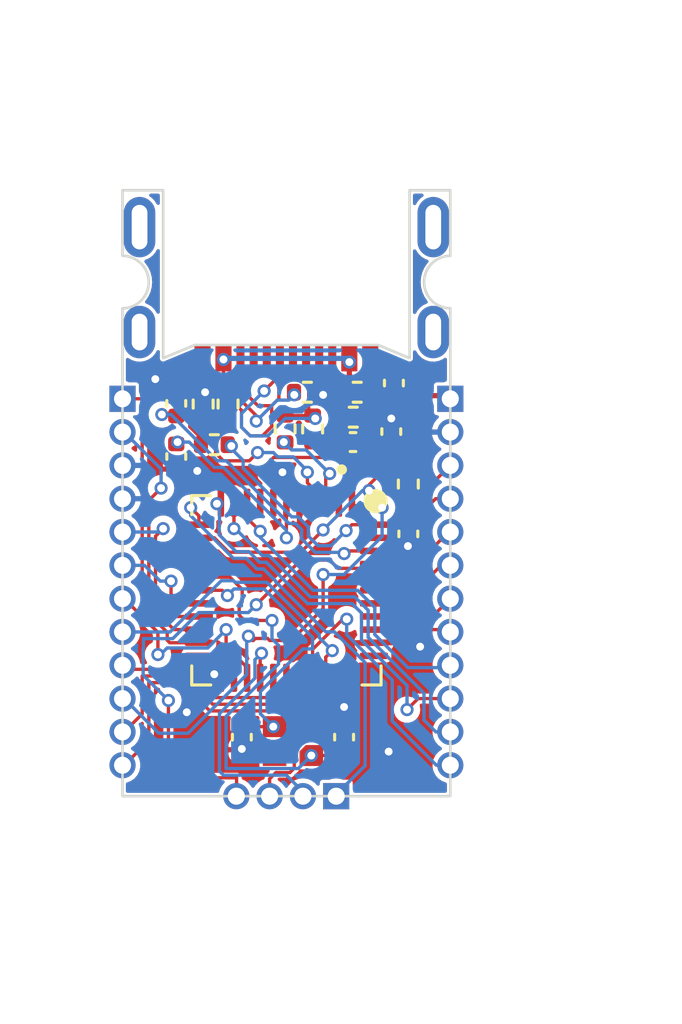
<source format=kicad_pcb>
(kicad_pcb (version 20211014) (generator pcbnew)
  (title_block (title "Pro Tiny") (date "2022-10-27"))
  (layers (0 "F.Cu" mixed) (31 "B.Cu" mixed) (34 "B.Paste" user) (35 "F.Paste" user) (36 "B.SilkS" user "B.Silkscreen") (37 "F.SilkS" user "F.Silkscreen") (38 "B.Mask" user) (39 "F.Mask" user) (44 "Edge.Cuts" user))
  (net 0 "")
  (net 1 "VBUS")
  (net 2 "GND")
  (net 3 "Net-(C2-Pad2)")
  (net 4 "Net-(C5-Pad2)")
  (net 5 "Net-(C6-Pad2)")
  (net 6 "Net-(C7-Pad1)")
  (net 7 "Net-(C8-Pad2)")
  (net 8 "RST")
  (net 9 "D1{slash}TX")
  (net 10 "D0{slash}RX")
  (net 11 "A4")
  (net 12 "IO11")
  (net 13 "IO12")
  (net 14 "Net-(J4-PadA5)")
  (net 15 "Net-(J4-PadA6)")
  (net 16 "Net-(J4-PadA7)")
  (net 18 "Net-(J4-PadB5)")
  (net 21 "D+")
  (net 22 "D-")
  (net 23 "D7")
  (net 24 "SS")
  (net 25 "D15{slash}SCK")
  (net 26 "D16{slash}MOSI")
  (net 27 "D14{slash}MISO")
  (net 28 "D3{slash}SCL")
  (net 29 "D2{slash}SDA")
  (net 31 "D4")
  (net 32 "D6")
  (net 33 "IO8")
  (net 34 "IO9")
  (net 35 "IO10")
  (net 36 "D5")
  (net 37 "IO13")
  (net 38 "HWB")
  (net 39 "A0")
  (net 40 "A1")
  (net 41 "A2")
  (net 42 "A3")
  (net 43 "A5")
  (footprint "Capacitor_SMD:C_0402_1005Metric" (layer "F.Cu") (at 95.8 46.45 90)
    (fp_text reference "C8" hide)
    (fp_text value "1µf")
  )
  (footprint "Resistor_SMD:R_0402_1005Metric" (layer "F.Cu") (at 101 45.4 -90)
    (fp_text reference "RV1" hide)
    (fp_text value "Varistor")
  )
  (footprint "Resistor_SMD:R_0402_1005Metric" (layer "F.Cu") (at 100.8 44 180)
    (fp_text reference "R4" hide)
    (fp_text value "56kΩ")
  )
  (footprint "Capacitor_SMD:C_0402_1005Metric" (layer "F.Cu") (at 102.54 45.9)
    (fp_text reference "C1" hide)
    (fp_text value "100nf")
  )
  (footprint "Package_DFN_QFN:QFN-44-1EP_7x7mm_P0.5mm_EP5.2x5.2mm" (layer "F.Cu") (at 100 51.55 -90)
    (fp_text reference "U1" hide)
    (fp_text value "ATmega32U4-M")
  )
  (footprint "Resistor_SMD:R_0402_1005Metric" (layer "F.Cu") (at 99.95 45.4 -90)
    (fp_text reference "R2" hide)
    (fp_text value "22Ω")
  )
  (footprint "Resistor_SMD:R_0402_1005Metric" (layer "F.Cu") (at 104.65 47.5 -90)
    (fp_text reference "R6" hide)
    (fp_text value "10kΩ")
  )
  (footprint "Resistor_SMD:R_0402_1005Metric" (layer "F.Cu") (at 97.775 44.45 -90)
    (fp_text reference "R1" hide)
    (fp_text value "22Ω")
  )
  (footprint "Connector_PinHeader_1.27mm:PinHeader_1x04_P1.27mm_Vertical" (layer "F.Cu") (at 101.9 59.4 -90)
    (fp_text reference "J3" hide)
    (fp_text value "Conn_01x04")
  )
  (footprint "Resistor_SMD:R_0402_1005Metric" (layer "F.Cu") (at 97.25 46 180)
    (fp_text reference "FB1" hide)
    (fp_text value "MH2029-300Y")
  )
  (footprint "Resistor_SMD:R_0402_1005Metric" (layer "F.Cu") (at 96.825 44.45 90)
    (fp_text reference "RV2" hide)
    (fp_text value "Varistor")
  )
  (footprint "Resistor_SMD:R_0402_1005Metric" (layer "F.Cu") (at 102.55 44.95 180)
    (fp_text reference "R3" hide)
    (fp_text value "10kΩ")
  )
  (footprint "Diode_SMD:D_0402_1005Metric" (layer "F.Cu") (at 103.2 46.95)
    (fp_text reference "D1" hide)
    (fp_text value "D_Small")
  )
  (footprint "Capacitor_SMD:C_0402_1005Metric" (layer "F.Cu") (at 102.2 57.15 -90)
    (fp_text reference "C6" hide)
    (fp_text value "22pf")
  )
  (footprint "Connector_PinHeader_1.27mm:PinHeader_1x12_P1.27mm_Vertical" (layer "F.Cu") (at 93.75 44.25)
    (fp_text reference "J1" hide)
    (fp_text value "Conn_01x12")
  )
  (footprint "Capacitor_SMD:C_0402_1005Metric" (layer "F.Cu") (at 104 45.5 90)
    (fp_text reference "C4" hide)
    (fp_text value "22pf")
  )
  (footprint "Crystal:Crystal_SMD_2016-4Pin_2.0x1.6mm" (layer "F.Cu") (at 100.25 57.3)
    (fp_text reference "Y1" hide)
    (fp_text value "16mhz")
  )
  (footprint "Capacitor_SMD:C_0402_1005Metric" (layer "F.Cu") (at 104.65 49.4 90)
    (fp_text reference "C2" hide)
    (fp_text value "1µf")
  )
  (footprint "USB-C-Connectors-master:USB-C MC-314C-4P16" (layer "F.Cu") (at 100 38.705 180)
    (fp_text reference "J4" hide)
    (fp_text value "USB_C_Receptacle_USB2.0")
  )
  (footprint "Capacitor_SMD:C_0402_1005Metric" (layer "F.Cu") (at 104.1 43.65 -90)
    (fp_text reference "C3" hide)
    (fp_text value "22pf")
  )
  (footprint "Capacitor_SMD:C_0402_1005Metric" (layer "F.Cu") (at 98.3 57.15 90)
    (fp_text reference "C5" hide)
    (fp_text value "22pf")
  )
  (footprint "Resistor_SMD:R_0402_1005Metric" (layer "F.Cu") (at 102.7 44)
    (fp_text reference "R5" hide)
    (fp_text value "56kΩ")
  )
  (footprint "Capacitor_SMD:C_0402_1005Metric" (layer "F.Cu") (at 95.8 44.425 90)
    (fp_text reference "C7" hide)
    (fp_text value "100nf")
  )
  (footprint "Connector_PinHeader_1.27mm:PinHeader_1x12_P1.27mm_Vertical" (layer "F.Cu") (at 106.25 44.25)
    (fp_text reference "J2" hide)
    (fp_text value "Conn_01x12")
  )
  (gr_line (start 106.25 36.3) (end 106.25 38.8) (layer "Edge.Cuts") (width 0.1))
  (gr_line (start 93.75 36.3) (end 93.75 38.8) (layer "Edge.Cuts") (width 0.1))
  (gr_line (start 95.3 42.7) (end 96.5 42.2) (layer "Edge.Cuts") (width 0.1))
  (gr_line (start 96.5 42.2) (end 103.5 42.2) (layer "Edge.Cuts") (width 0.1))
  (gr_arc (start 106.25 40.8) (mid 105.25 39.8) (end 106.25 38.8) (layer "Edge.Cuts") (width 0.1))
  (gr_arc (start 93.75 38.8) (mid 94.75 39.8) (end 93.75 40.8) (layer "Edge.Cuts") (width 0.1))
  (gr_line (start 104.7 36.3) (end 106.25 36.3) (layer "Edge.Cuts") (width 0.1))
  (gr_line (start 104.7 42.7) (end 104.7 36.3) (layer "Edge.Cuts") (width 0.1))
  (gr_line (start 106.25 59.4) (end 106.25 40.8) (layer "Edge.Cuts") (width 0.1))
  (gr_line (start 93.75 59.4) (end 106.25 59.4) (layer "Edge.Cuts") (width 0.1))
  (gr_line (start 93.75 40.8) (end 93.75 59.4) (layer "Edge.Cuts") (width 0.1))
  (gr_line (start 93.75 36.3) (end 95.3 36.3) (layer "Edge.Cuts") (width 0.1))
  (gr_line (start 95.3 36.3) (end 95.3 42.7) (layer "Edge.Cuts") (width 0.1))
  (gr_line (start 103.5 42.2) (end 104.7 42.7) (layer "Edge.Cuts") (width 0.1))
  (segment (start 106.1865 44.1865) (end 106.1865 44.25) (width 0.127) (layer "F.Cu") (net 1))
  (segment (start 102.06 45.9) (end 102.06 44.97) (width 0.2) (layer "F.Cu") (net 1))
  (segment (start 102 48.2125) (end 102 47.623455) (width 0.127) (layer "F.Cu") (net 1))
  (segment (start 96.3145 43.595173) (end 96.3145 45.3145) (width 0.127) (layer "F.Cu") (net 1))
  (segment (start 104.6 45.9) (end 104.65 45.85) (width 0.2) (layer "F.Cu") (net 1))
  (segment (start 102.4 42.85) (end 102.4 43.355) (width 0.2) (layer "F.Cu") (net 1))
  (segment (start 102.06 44.97) (end 102.04 44.95) (width 0.127) (layer "F.Cu") (net 1))
  (segment (start 103.348377 46.437) (end 103.385377 46.4) (width 0.2) (layer "F.Cu") (net 1))
  (segment (start 103.95 45.93) (end 104.57 45.93) (width 0.2) (layer "F.Cu") (net 1))
  (segment (start 106.13 44.13) (end 106.1865 44.1865) (width 0.127) (layer "F.Cu") (net 1))
  (segment (start 101.9135 46.4865) (end 99.5135 46.4865) (width 0.127) (layer "F.Cu") (net 1))
  (segment (start 102.7 43.655) (end 102.7 44.345) (width 0.2) (layer "F.Cu") (net 1))
  (segment (start 99.1 47.2) (end 99.5 47.6) (width 0.127) (layer "F.Cu") (net 1))
  (segment (start 102.485183 47.061728) (end 102.561728 47.061728) (width 0.2) (layer "F.Cu") (net 1))
  (segment (start 104.65 44.2) (end 104.6 44.15) (width 0.2) (layer "F.Cu") (net 1))
  (segment (start 96.74 45.74) (end 96.74 46) (width 0.127) (layer "F.Cu") (net 1))
  (segment (start 99.5135 46.4865) (end 99.1 46.9) (width 0.127) (layer "F.Cu") (net 1))
  (segment (start 97.6 43.45) (end 96.459673 43.45) (width 0.127) (layer "F.Cu") (net 1))
  (segment (start 102.7 44.345) (end 102.09 44.955) (width 0.2) (layer "F.Cu") (net 1))
  (segment (start 102.06 45.9) (end 102.06 46.36) (width 0.2) (layer "F.Cu") (net 1))
  (segment (start 96.459673 43.45) (end 96.3145 43.595173) (width 0.127) (layer "F.Cu") (net 1))
  (segment (start 103.95 45.95) (end 103.95 45.93) (width 0.127) (layer "F.Cu") (net 1))
  (segment (start 102.06 46.36) (end 102.25 46.55) (width 0.2) (layer "F.Cu") (net 1))
  (segment (start 102.05 46.35) (end 101.9135 46.4865) (width 0.127) (layer "F.Cu") (net 1))
  (segment (start 104.6 44.15) (end 104.58 44.13) (width 0.127) (layer "F.Cu") (net 1))
  (segment (start 104.57 45.93) (end 104.6 45.9) (width 0.127) (layer "F.Cu") (net 1))
  (segment (start 102.25 46.55) (end 102.25 46.826545) (width 0.2) (layer "F.Cu") (net 1))
  (segment (start 99.1 46.9) (end 99.1 47.2) (width 0.127) (layer "F.Cu") (net 1))
  (segment (start 104 46) (end 104 45.98) (width 0.2) (layer "F.Cu") (net 1))
  (segment (start 104.65 45.85) (end 104.65 44.2) (width 0.2) (layer "F.Cu") (net 1))
  (segment (start 104.58 44.13) (end 106.13 44.13) (width 0.2) (layer "F.Cu") (net 1))
  (segment (start 103.6 46.4) (end 104 46) (width 0.2) (layer "F.Cu") (net 1))
  (segment (start 102.715 47) (end 103.278 46.437) (width 0.2) (layer "F.Cu") (net 1))
  (segment (start 103.278 46.437) (end 103.348377 46.437) (width 0.2) (layer "F.Cu") (net 1))
  (segment (start 102.25 46.826545) (end 102.485183 47.061728) (width 0.2) (layer "F.Cu") (net 1))
  (segment (start 103.95 44.13) (end 104.58 44.13) (width 0.127) (layer "F.Cu") (net 1))
  (segment (start 104.6 46.94) (end 104.6 45.9) (width 0.127) (layer "F.Cu") (net 1))
  (segment (start 103.385377 46.4) (end 103.6 46.4) (width 0.2) (layer "F.Cu") (net 1))
  (segment (start 96.3145 45.3145) (end 96.74 45.74) (width 0.127) (layer "F.Cu") (net 1))
  (segment (start 102 47.623455) (end 102.561728 47.061728) (width 0.127) (layer "F.Cu") (net 1))
  (segment (start 99.5 47.6) (end 99.5 48.2125) (width 0.127) (layer "F.Cu") (net 1))
  (segment (start 102.4 43.355) (end 102.7 43.655) (width 0.2) (layer "F.Cu") (net 1))
  (segment (start 97.6 42.705) (end 97.6 43.45) (width 0.127) (layer "F.Cu") (net 1))
  (via (at 97.6 42.75) (size 0.5) (drill 0.3) (layers "F.Cu" "B.Cu") (net 1))
  (via (at 102.4 42.85) (size 0.5) (drill 0.3) (layers "F.Cu" "B.Cu") (net 1))
  (segment (start 102.26 42.71) (end 97.64 42.71) (width 0.2) (layer "B.Cu") (net 1))
  (segment (start 97.64 42.71) (end 97.6 42.75) (width 0.2) (layer "B.Cu") (net 1))
  (segment (start 102.4 42.85) (end 102.26 42.71) (width 0.2) (layer "B.Cu") (net 1))
  (segment (start 101.4 44.1) (end 101.31 44.01) (width 0.127) (layer "F.Cu") (net 2))
  (segment (start 103.06 44.54) (end 103.21 44.39) (width 0.127) (layer "F.Cu") (net 2))
  (segment (start 101.4 44.2) (end 101.7 44.5) (width 0.127) (layer "F.Cu") (net 2))
  (segment (start 103.3375 49.55) (end 104.32 49.55) (width 0.127) (layer "F.Cu") (net 2))
  (segment (start 104.32 49.55) (end 104.635 49.865) (width 0.127) (layer "F.Cu") (net 2))
  (segment (start 104.635 49.865) (end 104.65 49.88) (width 0.127) (layer "F.Cu") (net 2))
  (segment (start 103.21 44.39) (end 103.21 44) (width 0.127) (layer "F.Cu") (net 2))
  (segment (start 103.06 44.95) (end 103.06 44.54) (width 0.127) (layer "F.Cu") (net 2))
  (segment (start 100.5 47.7) (end 100.5 48.2125) (width 0.127) (layer "F.Cu") (net 2))
  (segment (start 99.85 47.05) (end 100.5 47.7) (width 0.127) (layer "F.Cu") (net 2))
  (segment (start 101.4 44.1) (end 101.4 44.2) (width 0.127) (layer "F.Cu") (net 2))
  (segment (start 101.31 44.01) (end 101.31 44) (width 0.127) (layer "F.Cu") (net 2))
  (via (at 96.2 56.2) (size 0.5) (drill 0.3) (layers "F.Cu" "B.Cu") (net 2))
  (via (at 103.9 57.7) (size 0.5) (drill 0.3) (layers "F.Cu" "B.Cu") (net 2))
  (via (at 96.9 44) (size 0.5) (drill 0.3) (layers "F.Cu" "B.Cu") (net 2))
  (via (at 99.85 47.05) (size 0.5) (drill 0.3) (layers "F.Cu" "B.Cu") (net 2))
  (via (at 102.2 56) (size 0.5) (drill 0.3) (layers "F.Cu" "B.Cu") (net 2))
  (via (at 95 43.5) (size 0.5) (drill 0.3) (layers "F.Cu" "B.Cu") (net 2))
  (via (at 104 45) (size 0.5) (drill 0.3) (layers "F.Cu" "B.Cu") (net 2))
  (via (at 97.25 54.75) (size 0.5) (drill 0.3) (layers "F.Cu" "B.Cu") (net 2))
  (via (at 98.3 57.6) (size 0.5) (drill 0.3) (layers "F.Cu" "B.Cu") (net 2))
  (via (at 104.635 49.865) (size 0.5) (drill 0.3) (layers "F.Cu" "B.Cu") (net 2))
  (via (at 96.6 47) (size 0.5) (drill 0.3) (layers "F.Cu" "B.Cu") (net 2))
  (via (at 105.1 53.7) (size 0.5) (drill 0.3) (layers "F.Cu" "B.Cu") (net 2))
  (via (at 101.4 44.1) (size 0.5) (drill 0.3) (layers "F.Cu" "B.Cu") (net 2))
  (segment (start 103.3375 49.05) (end 102.5 49.05) (width 0.127) (layer "F.Cu") (net 3))
  (segment (start 102.5 49.05) (end 102.275 49.275) (width 0.127) (layer "F.Cu") (net 3))
  (segment (start 104.42 49.05) (end 104.65 48.82) (width 0.127) (layer "F.Cu") (net 3))
  (segment (start 103.3375 49.05) (end 104.42 49.05) (width 0.127) (layer "F.Cu") (net 3))
  (via (at 97.9 46.05) (size 0.5) (drill 0.3) (layers "F.Cu" "B.Cu") (net 3))
  (via (at 102.275 49.275) (size 0.5) (drill 0.3) (layers "F.Cu" "B.Cu") (net 3))
  (segment (start 98.35 46.89691) (end 98.9365 47.48341) (width 0.127) (layer "B.Cu") (net 3))
  (segment (start 100.45 48.75) (end 100.20309 48.75) (width 0.127) (layer "B.Cu") (net 3))
  (segment (start 97.8 46.05) (end 98.35 46.6) (width 0.127) (layer "B.Cu") (net 3))
  (segment (start 101.20309 49.85) (end 100.8365 49.48341) (width 0.127) (layer "B.Cu") (net 3))
  (segment (start 98.35 46.6) (end 98.35 46.89691) (width 0.127) (layer "B.Cu") (net 3))
  (segment (start 100.8365 49.48341) (end 100.8365 49.1365) (width 0.127) (layer "B.Cu") (net 3))
  (segment (start 100.20309 48.75) (end 98.9365 47.48341) (width 0.127) (layer "B.Cu") (net 3))
  (segment (start 102.275 49.275) (end 101.7 49.85) (width 0.127) (layer "B.Cu") (net 3))
  (segment (start 100.8365 49.1365) (end 100.45 48.75) (width 0.127) (layer "B.Cu") (net 3))
  (segment (start 101.7 49.85) (end 101.20309 49.85) (width 0.127) (layer "B.Cu") (net 3))
  (segment (start 97.75 51.75) (end 97.55 51.55) (width 0.127) (layer "F.Cu") (net 4))
  (segment (start 97.55 51.55) (end 96.6625 51.55) (width 0.127) (layer "F.Cu") (net 4))
  (segment (start 99.55 56.75) (end 99.5 56.75) (width 0.127) (layer "F.Cu") (net 4))
  (segment (start 98.38 56.75) (end 98.3 56.67) (width 0.127) (layer "F.Cu") (net 4))
  (segment (start 99.5 56.75) (end 98.38 56.75) (width 0.127) (layer "F.Cu") (net 4))
  (via (at 97.75 51.75) (size 0.5) (drill 0.3) (layers "F.Cu" "B.Cu") (net 4))
  (via (at 99.5 56.75) (size 0.5) (drill 0.3) (layers "F.Cu" "B.Cu") (net 4))
  (segment (start 98 51.5) (end 97.75 51.75) (width 0.127) (layer "B.Cu") (net 4))
  (segment (start 99.00921 55.40921) (end 99.00921 56.25921) (width 0.127) (layer "B.Cu") (net 4))
  (segment (start 100.996 53.346) (end 99.15 51.5) (width 0.127) (layer "B.Cu") (net 4))
  (segment (start 100.996 53.78679) (end 100.996 53.346) (width 0.127) (layer "B.Cu") (net 4))
  (segment (start 99.00921 56.25921) (end 99.5 56.75) (width 0.127) (layer "B.Cu") (net 4))
  (segment (start 100.63163 53.78679) (end 99.00921 55.40921) (width 0.127) (layer "B.Cu") (net 4))
  (segment (start 99.15 51.5) (end 98 51.5) (width 0.127) (layer "B.Cu") (net 4))
  (segment (start 100.996 53.78679) (end 100.63163 53.78679) (width 0.127) (layer "B.Cu") (net 4))
  (segment (start 98.3135 51.98341) (end 98.2 52.09691) (width 0.127) (layer "F.Cu") (net 5))
  (segment (start 100.95 57.85) (end 101.98 57.85) (width 0.127) (layer "F.Cu") (net 5))
  (segment (start 98.40618 52.7) (end 99.45 52.7) (width 0.127) (layer "F.Cu") (net 5))
  (segment (start 97.84691 51.05) (end 98.3135 51.51659) (width 0.127) (layer "F.Cu") (net 5))
  (segment (start 98.2 52.5) (end 98.40309 52.70309) (width 0.127) (layer "F.Cu") (net 5))
  (segment (start 98.2 52.09691) (end 98.2 52.5) (width 0.127) (layer "F.Cu") (net 5))
  (segment (start 98.3135 51.51659) (end 98.3135 51.98341) (width 0.127) (layer "F.Cu") (net 5))
  (segment (start 98.40309 52.70309) (end 98.40618 52.7) (width 0.127) (layer "F.Cu") (net 5))
  (segment (start 101.98 57.85) (end 102.2 57.63) (width 0.127) (layer "F.Cu") (net 5))
  (segment (start 96.6625 51.05) (end 97.84691 51.05) (width 0.127) (layer "F.Cu") (net 5))
  (via (at 99.45 52.7) (size 0.5) (drill 0.3) (layers "F.Cu" "B.Cu") (net 5))
  (via (at 100.95 57.85) (size 0.5) (drill 0.3) (layers "F.Cu" "B.Cu") (net 5))
  (segment (start 97.7 58.34079) (end 97.70521 58.346) (width 0.127) (layer "B.Cu") (net 5))
  (segment (start 99.7 53.65) (end 99.7 54.35921) (width 0.127) (layer "B.Cu") (net 5))
  (segment (start 99.45 52.7) (end 99.45 53.4) (width 0.127) (layer "B.Cu") (net 5))
  (segment (start 99.45 53.4) (end 99.7 53.65) (width 0.127) (layer "B.Cu") (net 5))
  (segment (start 97.70521 58.346) (end 100.454 58.346) (width 0.127) (layer "B.Cu") (net 5))
  (segment (start 99.7 54.35921) (end 97.7 56.35921) (width 0.127) (layer "B.Cu") (net 5))
  (segment (start 100.454 58.346) (end 100.95 57.85) (width 0.127) (layer "B.Cu") (net 5))
  (segment (start 97.7 56.35921) (end 97.7 58.34079) (width 0.127) (layer "B.Cu") (net 5))
  (segment (start 102.2 50.15) (end 102.3 50.05) (width 0.127) (layer "F.Cu") (net 6))
  (segment (start 102.3 50.05) (end 103.3375 50.05) (width 0.127) (layer "F.Cu") (net 6))
  (via (at 95.25 44.85) (size 0.5) (drill 0.3) (layers "F.Cu" "B.Cu") (net 6))
  (via (at 102.2 50.15) (size 0.5) (drill 0.3) (layers "F.Cu" "B.Cu") (net 6))
  (segment (start 95.25 44.85) (end 95.6 44.85) (width 0.127) (layer "B.Cu") (net 6))
  (segment (start 100.5825 49.24171) (end 100.5825 49.58862) (width 0.127) (layer "B.Cu") (net 6))
  (segment (start 102.154 50.104) (end 102.2 50.15) (width 0.127) (layer "B.Cu") (net 6))
  (segment (start 95.6 44.85) (end 97.3635 46.6135) (width 0.127) (layer "B.Cu") (net 6))
  (segment (start 100.34479 49.004) (end 100.5825 49.24171) (width 0.127) (layer "B.Cu") (net 6))
  (segment (start 101.09788 50.104) (end 102.154 50.104) (width 0.127) (layer "B.Cu") (net 6))
  (segment (start 97.3635 46.6135) (end 97.70738 46.6135) (width 0.127) (layer "B.Cu") (net 6))
  (segment (start 97.70738 46.6135) (end 100.09788 49.004) (width 0.127) (layer "B.Cu") (net 6))
  (segment (start 100.5825 49.58862) (end 101.09788 50.104) (width 0.127) (layer "B.Cu") (net 6))
  (segment (start 100.09788 49.004) (end 100.34479 49.004) (width 0.127) (layer "B.Cu") (net 6))
  (segment (start 95.85 45.9) (end 95.85 45.97) (width 0.127) (layer "F.Cu") (net 7))
  (segment (start 100 49.55) (end 100 48.2125) (width 0.127) (layer "F.Cu") (net 7))
  (via (at 100 49.55) (size 0.5) (drill 0.3) (layers "F.Cu" "B.Cu") (net 7))
  (via (at 95.85 45.9) (size 0.5) (drill 0.3) (layers "F.Cu" "B.Cu") (net 7))
  (segment (start 97.25829 46.8675) (end 97.60217 46.8675) (width 0.127) (layer "B.Cu") (net 7))
  (segment (start 97.60217 46.8675) (end 100 49.26533) (width 0.127) (layer "B.Cu") (net 7))
  (segment (start 100 49.26533) (end 100 49.55) (width 0.127) (layer "B.Cu") (net 7))
  (segment (start 95.85 45.9) (end 96.29079 45.9) (width 0.127) (layer "B.Cu") (net 7))
  (segment (start 96.29079 45.9) (end 97.25829 46.8675) (width 0.127) (layer "B.Cu") (net 7))
  (segment (start 106.1865 46.8535) (end 106.1865 46.79) (width 0.127) (layer "F.Cu") (net 8))
  (segment (start 104.6 47.915) (end 103.685 47) (width 0.127) (layer "F.Cu") (net 8))
  (segment (start 97.25 49.55) (end 97.8 50.1) (width 0.127) (layer "F.Cu") (net 8))
  (segment (start 104.6 47.96) (end 104.6 47.915) (width 0.127) (layer "F.Cu") (net 8))
  (segment (start 96.6625 49.55) (end 97.25 49.55) (width 0.127) (layer "F.Cu") (net 8))
  (segment (start 105.08 47.96) (end 106.1865 46.8535) (width 0.127) (layer "F.Cu") (net 8))
  (segment (start 104.6 47.96) (end 105.08 47.96) (width 0.127) (layer "F.Cu") (net 8))
  (segment (start 100.55 50.1) (end 101.4 49.25) (width 0.127) (layer "F.Cu") (net 8))
  (segment (start 103.15 47.75) (end 103.15 47.535) (width 0.127) (layer "F.Cu") (net 8))
  (segment (start 103.15 47.535) (end 103.685 47) (width 0.127) (layer "F.Cu") (net 8))
  (segment (start 97.8 50.1) (end 100.55 50.1) (width 0.127) (layer "F.Cu") (net 8))
  (via (at 103.15 47.75) (size 0.5) (drill 0.3) (layers "F.Cu" "B.Cu") (net 8))
  (via (at 101.4 49.25) (size 0.5) (drill 0.3) (layers "F.Cu" "B.Cu") (net 8))
  (segment (start 103.15 47.75) (end 102.9 47.75) (width 0.127) (layer "B.Cu") (net 8))
  (segment (start 102.9 47.75) (end 101.4 49.25) (width 0.127) (layer "B.Cu") (net 8))
  (segment (start 94.5 52.19729) (end 94.5 44.25) (width 0.127) (layer "F.Cu") (net 9))
  (segment (start 94.5 44.25) (end 93.8135 44.25) (width 0.127) (layer "F.Cu") (net 9))
  (segment (start 96.6625 53.55) (end 95.55 53.55) (width 0.127) (layer "F.Cu") (net 9))
  (segment (start 95.454 53.15129) (end 94.5 52.19729) (width 0.127) (layer "F.Cu") (net 9))
  (segment (start 95.55 53.55) (end 95.454 53.454) (width 0.127) (layer "F.Cu") (net 9))
  (segment (start 95.454 53.454) (end 95.454 53.15129) (width 0.127) (layer "F.Cu") (net 9))
  (segment (start 94.754 48.122848) (end 94.754 52.09208) (width 0.127) (layer "F.Cu") (net 10))
  (segment (start 95.220558 47.65629) (end 94.754 48.122848) (width 0.127) (layer "F.Cu") (net 10))
  (segment (start 95.71192 53.05) (end 96.6625 53.05) (width 0.127) (layer "F.Cu") (net 10))
  (segment (start 94.754 52.09208) (end 95.71192 53.05) (width 0.127) (layer "F.Cu") (net 10))
  (via (at 95.220558 47.65629) (size 0.5) (drill 0.3) (layers "F.Cu" "B.Cu") (net 10))
  (segment (start 95.220558 46.927058) (end 93.8135 45.52) (width 0.127) (layer "B.Cu") (net 10))
  (segment (start 95.220558 47.65629) (end 95.220558 46.927058) (width 0.127) (layer "B.Cu") (net 10))
  (segment (start 105.246 49.754) (end 105.5 49.5) (width 0.127) (layer "F.Cu") (net 11))
  (segment (start 104.45 51.05) (end 105.246 50.254) (width 0.127) (layer "F.Cu") (net 11))
  (segment (start 105.5 48.25) (end 105.69 48.06) (width 0.127) (layer "F.Cu") (net 11))
  (segment (start 105.246 50.254) (end 105.246 49.754) (width 0.127) (layer "F.Cu") (net 11))
  (segment (start 105.69 48.06) (end 106.1865 48.06) (width 0.127) (layer "F.Cu") (net 11))
  (segment (start 105.5 49.5) (end 105.5 48.25) (width 0.127) (layer "F.Cu") (net 11))
  (segment (start 103.3375 51.05) (end 104.45 51.05) (width 0.127) (layer "F.Cu") (net 11))
  (segment (start 96.6625 48.7125) (end 96.35 48.4) (width 0.127) (layer "F.Cu") (net 12))
  (segment (start 96.6625 49.05) (end 96.6625 48.7125) (width 0.127) (layer "F.Cu") (net 12))
  (via (at 96.35 48.4) (size 0.5) (drill 0.3) (layers "F.Cu" "B.Cu") (net 12))
  (segment (start 98.46673 50.33206) (end 98.872275 50.737605) (width 0.127) (layer "B.Cu") (net 12))
  (segment (start 96.35 48.4) (end 96.35 48.70612) (width 0.127) (layer "B.Cu") (net 12))
  (segment (start 99.128395 50.737605) (end 99.595395 51.204605) (width 0.127) (layer "B.Cu") (net 12))
  (segment (start 99.595395 51.204605) (end 99.595395 51.226975) (width 0.127) (layer "B.Cu") (net 12))
  (segment (start 103 58.2365) (end 101.9 59.3365) (width 0.127) (layer "B.Cu") (net 12))
  (segment (start 101.83249 53.13558) (end 103 54.30309) (width 0.127) (layer "B.Cu") (net 12))
  (segment (start 99.595395 51.226975) (end 101.504 53.13558) (width 0.127) (layer "B.Cu") (net 12))
  (segment (start 103 54.30309) (end 103 58.2365) (width 0.127) (layer "B.Cu") (net 12))
  (segment (start 96.35 48.70612) (end 97.97594 50.33206) (width 0.127) (layer "B.Cu") (net 12))
  (segment (start 98.872275 50.737605) (end 99.128395 50.737605) (width 0.127) (layer "B.Cu") (net 12))
  (segment (start 101.504 53.13558) (end 101.83249 53.13558) (width 0.127) (layer "B.Cu") (net 12))
  (segment (start 97.97594 50.33206) (end 98.46673 50.33206) (width 0.127) (layer "B.Cu") (net 12))
  (segment (start 99 54.8875) (end 99 54) (width 0.127) (layer "F.Cu") (net 13))
  (segment (start 99 54) (end 99.05 53.95) (width 0.127) (layer "F.Cu") (net 13))
  (via (at 99.05 53.95) (size 0.5) (drill 0.3) (layers "F.Cu" "B.Cu") (net 13))
  (segment (start 100.63 59.23) (end 100.63 59.3365) (width 0.127) (layer "B.Cu") (net 13))
  (segment (start 100 58.6) (end 100.63 59.23) (width 0.127) (layer "B.Cu") (net 13))
  (segment (start 98.8 54.9) (end 97.446 56.254) (width 0.127) (layer "B.Cu") (net 13))
  (segment (start 99.05 53.95) (end 98.8 54.2) (width 0.127) (layer "B.Cu") (net 13))
  (segment (start 97.6 58.6) (end 100 58.6) (width 0.127) (layer "B.Cu") (net 13))
  (segment (start 97.446 56.254) (end 97.446 58.446) (width 0.127) (layer "B.Cu") (net 13))
  (segment (start 97.446 58.446) (end 97.6 58.6) (width 0.127) (layer "B.Cu") (net 13))
  (segment (start 98.8 54.2) (end 98.8 54.9) (width 0.127) (layer "B.Cu") (net 13))
  (segment (start 101.6955 43.3955) (end 101.445037 43.3955) (width 0.127) (layer "F.Cu") (net 14))
  (segment (start 101.250923 43.201386) (end 101.250923 42.705) (width 0.127) (layer "F.Cu") (net 14))
  (segment (start 102.04 44) (end 102.04 43.74) (width 0.127) (layer "F.Cu") (net 14))
  (segment (start 102.04 43.74) (end 101.6955 43.3955) (width 0.127) (layer "F.Cu") (net 14))
  (segment (start 101.445037 43.3955) (end 101.250923 43.201386) (width 0.127) (layer "F.Cu") (net 14))
  (segment (start 99.0045 43.3955) (end 99.250692 43.149308) (width 0.127) (layer "F.Cu") (net 15))
  (segment (start 98.2865 44.6865) (end 98.0995 44.4995) (width 0.127) (layer "F.Cu") (net 15))
  (segment (start 98.9135 44.5135) (end 98.55 44.15) (width 0.127) (layer "F.Cu") (net 15))
  (segment (start 99.4395 44.5105) (end 99.4395 45.30741) (width 0.127) (layer "F.Cu") (net 15))
  (segment (start 99.4395 44.5105) (end 99.7135 44.2365) (width 0.127) (layer "F.Cu") (net 15))
  (segment (start 99.4365 44.5135) (end 98.9135 44.5135) (width 0.127) (layer "F.Cu") (net 15))
  (segment (start 97.7995 43.9645) (end 97.775 43.94) (width 0.127) (layer "F.Cu") (net 15))
  (segment (start 98.0995 44.4995) (end 97.7995 44.4995) (width 0.127) (layer "F.Cu") (net 15))
  (segment (start 99.4395 45.30741) (end 99.08341 45.6635) (width 0.127) (layer "F.Cu") (net 15))
  (segment (start 99.4395 44.5105) (end 99.4365 44.5135) (width 0.127) (layer "F.Cu") (net 15))
  (segment (start 98.61659 45.6635) (end 98.2865 45.33341) (width 0.127) (layer "F.Cu") (net 15))
  (segment (start 97.2855 44.4995) (end 96.825 44.96) (width 0.127) (layer "F.Cu") (net 15))
  (segment (start 99.7135 44.2365) (end 99.7135 43.7865) (width 0.127) (layer "F.Cu") (net 15))
  (segment (start 98.55 44.15) (end 98.55 43.406552) (width 0.127) (layer "F.Cu") (net 15))
  (segment (start 97.7995 44.4995) (end 97.2855 44.4995) (width 0.127) (layer "F.Cu") (net 15))
  (segment (start 99.250692 43.149308) (end 99.250692 42.70586) (width 0.127) (layer "F.Cu") (net 15))
  (segment (start 98.2865 45.33341) (end 98.2865 44.6865) (width 0.127) (layer "F.Cu") (net 15))
  (segment (start 98.561052 43.3955) (end 99.0045 43.3955) (width 0.127) (layer "F.Cu") (net 15))
  (segment (start 99.7135 43.7865) (end 100.24997 43.25003) (width 0.127) (layer "F.Cu") (net 15))
  (segment (start 100.24997 43.25003) (end 100.24997 42.705) (width 0.127) (layer "F.Cu") (net 15))
  (segment (start 99.08341 45.6635) (end 98.61659 45.6635) (width 0.127) (layer "F.Cu") (net 15))
  (segment (start 98.55 43.406552) (end 98.561052 43.3955) (width 0.127) (layer "F.Cu") (net 15))
  (segment (start 97.7995 44.4995) (end 97.7995 43.9645) (width 0.127) (layer "F.Cu") (net 15))
  (segment (start 100.85 44.801) (end 100.939 44.89) (width 0.127) (layer "F.Cu") (net 16))
  (segment (start 100.750447 42.705) (end 100.750447 43.399553) (width 0.127) (layer "F.Cu") (net 16))
  (segment (start 100.750447 43.399553) (end 100.85 43.499106) (width 0.127) (layer "F.Cu") (net 16))
  (segment (start 100.85 43.499106) (end 100.85 44.801) (width 0.127) (layer "F.Cu") (net 16))
  (segment (start 100.939 44.89) (end 101 44.89) (width 0.127) (layer "F.Cu") (net 16))
  (segment (start 99.751169 43.348831) (end 99.751169 42.70586) (width 0.127) (layer "F.Cu") (net 16))
  (segment (start 99.2 43.9) (end 99.751169 43.348831) (width 0.127) (layer "F.Cu") (net 16))
  (segment (start 99.95 44.89) (end 101 44.89) (width 0.127) (layer "F.Cu") (net 16))
  (via (at 101.1 45) (size 0.5) (drill 0.3) (layers "F.Cu" "B.Cu") (net 16))
  (via (at 99.15 43.95) (size 0.5) (drill 0.3) (layers "F.Cu" "B.Cu") (net 16))
  (segment (start 101.1 45) (end 99.95 45) (width 0.127) (layer "B.Cu") (net 16))
  (segment (start 98.61659 45.6635) (end 98.2865 45.33341) (width 0.127) (layer "B.Cu") (net 16))
  (segment (start 99.2865 45.6635) (end 98.61659 45.6635) (width 0.127) (layer "B.Cu") (net 16))
  (segment (start 99.95 45) (end 99.2865 45.6635) (width 0.127) (layer "B.Cu") (net 16))
  (segment (start 98.2865 44.8135) (end 99.15 43.95) (width 0.127) (layer "B.Cu") (net 16))
  (segment (start 98.2865 45.33341) (end 98.2865 44.8135) (width 0.127) (layer "B.Cu") (net 16))
  (segment (start 98.296 44.33679) (end 98.296 42.753189) (width 0.127) (layer "F.Cu") (net 18))
  (segment (start 98.85 45.1) (end 98.85 44.89079) (width 0.127) (layer "F.Cu") (net 18))
  (segment (start 98.85 44.89079) (end 98.296 44.33679) (width 0.127) (layer "F.Cu") (net 18))
  (segment (start 98.296 42.753189) (end 98.247811 42.705) (width 0.127) (layer "F.Cu") (net 18))
  (via (at 98.85 45.1) (size 0.5) (drill 0.3) (layers "F.Cu" "B.Cu") (net 18))
  (via (at 100.3 44.1) (size 0.5) (drill 0.3) (layers "F.Cu" "B.Cu") (net 18))
  (segment (start 99.65 44.3) (end 98.85 45.1) (width 0.127) (layer "B.Cu") (net 18))
  (segment (start 100.3 44.1) (end 100.1 44.3) (width 0.127) (layer "B.Cu") (net 18))
  (segment (start 100.1 44.3) (end 99.65 44.3) (width 0.127) (layer "B.Cu") (net 18))
  (segment (start 101 47.65) (end 101 48.2125) (width 0.127) (layer "F.Cu") (net 21))
  (segment (start 98.5865 46.6135) (end 97.593173 46.6135) (width 0.127) (layer "F.Cu") (net 21))
  (segment (start 97.2995 46.319827) (end 97.2995 45.3605) (width 0.127) (layer "F.Cu") (net 21))
  (segment (start 97.2995 45.3605) (end 97.7 44.96) (width 0.127) (layer "F.Cu") (net 21))
  (segment (start 100.8 47.45) (end 101 47.65) (width 0.127) (layer "F.Cu") (net 21))
  (segment (start 98.9 46.3) (end 98.5865 46.6135) (width 0.127) (layer "F.Cu") (net 21))
  (segment (start 100.8 47.05) (end 100.8 47.45) (width 0.127) (layer "F.Cu") (net 21))
  (segment (start 97.593173 46.6135) (end 97.2995 46.319827) (width 0.127) (layer "F.Cu") (net 21))
  (via (at 100.8 47.05) (size 0.5) (drill 0.3) (layers "F.Cu" "B.Cu") (net 21))
  (via (at 98.9 46.3) (size 0.5) (drill 0.3) (layers "F.Cu" "B.Cu") (net 21))
  (segment (start 99.66659 46.4635) (end 100.2635 46.4635) (width 0.127) (layer "B.Cu") (net 21))
  (segment (start 100.2635 46.4635) (end 100.8 47) (width 0.127) (layer "B.Cu") (net 21))
  (segment (start 100.8 47) (end 100.8 47.05) (width 0.127) (layer "B.Cu") (net 21))
  (segment (start 98.9 46.3) (end 99.50309 46.3) (width 0.127) (layer "B.Cu") (net 21))
  (segment (start 99.50309 46.3) (end 99.66659 46.4635) (width 0.127) (layer "B.Cu") (net 21))
  (segment (start 101.65 47.1) (end 101.5 47.25) (width 0.127) (layer "F.Cu") (net 22))
  (segment (start 101.5 47.25) (end 101.5 48.2125) (width 0.127) (layer "F.Cu") (net 22))
  (via (at 99.9 45.9) (size 0.5) (drill 0.3) (layers "F.Cu" "B.Cu") (net 22))
  (via (at 101.65 47.1) (size 0.5) (drill 0.3) (layers "F.Cu" "B.Cu") (net 22))
  (segment (start 100.2 46.2) (end 100.75 46.2) (width 0.127) (layer "B.Cu") (net 22))
  (segment (start 100.75 46.2) (end 101.65 47.1) (width 0.127) (layer "B.Cu") (net 22))
  (segment (start 99.9 45.9) (end 100.2 46.2) (width 0.127) (layer "B.Cu") (net 22))
  (segment (start 99.36041 53.4635) (end 100.1865 53.4635) (width 0.127) (layer "F.Cu") (net 23))
  (segment (start 102.6875 48.4) (end 102.5 48.2125) (width 0.127) (layer "F.Cu") (net 23))
  (segment (start 98.7135 53.4635) (end 98.73959 53.4635) (width 0.127) (layer "F.Cu") (net 23))
  (segment (start 100.1865 53.4635) (end 101.4 52.25) (width 0.127) (layer "F.Cu") (net 23))
  (segment (start 98.73959 53.4635) (end 98.81659 53.3865) (width 0.127) (layer "F.Cu") (net 23))
  (segment (start 101.4 52.25) (end 101.4 50.95) (width 0.127) (layer "F.Cu") (net 23))
  (segment (start 98.55 53.3) (end 98.7135 53.4635) (width 0.127) (layer "F.Cu") (net 23))
  (segment (start 99.28341 53.3865) (end 99.36041 53.4635) (width 0.127) (layer "F.Cu") (net 23))
  (segment (start 103.65 48.4) (end 102.6875 48.4) (width 0.127) (layer "F.Cu") (net 23))
  (segment (start 98.81659 53.3865) (end 99.28341 53.3865) (width 0.127) (layer "F.Cu") (net 23))
  (via (at 98.55 53.3) (size 0.5) (drill 0.3) (layers "F.Cu" "B.Cu") (net 23))
  (via (at 101.4 50.95) (size 0.5) (drill 0.3) (layers "F.Cu" "B.Cu") (net 23))
  (via (at 103.65 48.4) (size 0.5) (drill 0.3) (layers "F.Cu" "B.Cu") (net 23))
  (segment (start 98.55 53.3) (end 98.4865 53.3635) (width 0.127) (layer "B.Cu") (net 23))
  (segment (start 102.19691 50.95) (end 103.65 49.49691) (width 0.127) (layer "B.Cu") (net 23))
  (segment (start 96.25 57) (end 95.1335 57) (width 0.127) (layer "B.Cu") (net 23))
  (segment (start 98.4865 54.7635) (end 96.25 57) (width 0.127) (layer "B.Cu") (net 23))
  (segment (start 95.1335 57) (end 93.8135 55.68) (width 0.127) (layer "B.Cu") (net 23))
  (segment (start 101.4 50.95) (end 102.19691 50.95) (width 0.127) (layer "B.Cu") (net 23))
  (segment (start 98.4865 53.3635) (end 98.4865 54.7635) (width 0.127) (layer "B.Cu") (net 23))
  (segment (start 103.65 49.49691) (end 103.65 48.4) (width 0.127) (layer "B.Cu") (net 23))
  (segment (start 98.5 48.8) (end 98.5 48.2125) (width 0.127) (layer "F.Cu") (net 25))
  (segment (start 99 49.3) (end 98.5 48.8) (width 0.127) (layer "F.Cu") (net 25))
  (via (at 99 49.3) (size 0.5) (drill 0.3) (layers "F.Cu" "B.Cu") (net 25))
  (segment (start 106.1865 54.4735) (end 106.1865 54.41) (width 0.127) (layer "B.Cu") (net 25))
  (segment (start 103.3715 53.23775) (end 104.63375 54.5) (width 0.127) (layer "B.Cu") (net 25))
  (segment (start 103.3715 52.20617) (end 103.3715 53.23775) (width 0.127) (layer "B.Cu") (net 25))
  (segment (start 106.16 54.5) (end 106.1865 54.4735) (width 0.127) (layer "B.Cu") (net 25))
  (segment (start 101.01842 51.55) (end 102.71533 51.55) (width 0.127) (layer "B.Cu") (net 25))
  (segment (start 99 49.3) (end 99 49.53158) (width 0.127) (layer "B.Cu") (net 25))
  (segment (start 104.63375 54.5) (end 106.16 54.5) (width 0.127) (layer "B.Cu") (net 25))
  (segment (start 102.71533 51.55) (end 103.3715 52.20617) (width 0.127) (layer "B.Cu") (net 25))
  (segment (start 99 49.53158) (end 101.01842 51.55) (width 0.127) (layer "B.Cu") (net 25))
  (segment (start 98 49.2) (end 98 48.2125) (width 0.127) (layer "F.Cu") (net 26))
  (via (at 98 49.2) (size 0.5) (drill 0.3) (layers "F.Cu" "B.Cu") (net 26))
  (segment (start 103.1175 52.31138) (end 103.1175 53.34296) (width 0.127) (layer "B.Cu") (net 26))
  (segment (start 103.1175 53.34296) (end 105.246 55.47146) (width 0.127) (layer "B.Cu") (net 26))
  (segment (start 99.338815 50.229605) (end 100.91321 51.804) (width 0.127) (layer "B.Cu") (net 26))
  (segment (start 98 49.2) (end 98.05309 49.2) (width 0.127) (layer "B.Cu") (net 26))
  (segment (start 105.246 55.47146) (end 105.246 56.496) (width 0.127) (layer "B.Cu") (net 26))
  (segment (start 100.91321 51.804) (end 102.61012 51.804) (width 0.127) (layer "B.Cu") (net 26))
  (segment (start 105.7 56.95) (end 106.1865 56.95) (width 0.127) (layer "B.Cu") (net 26))
  (segment (start 98.05309 49.2) (end 99.082695 50.229605) (width 0.127) (layer "B.Cu") (net 26))
  (segment (start 105.246 56.496) (end 105.7 56.95) (width 0.127) (layer "B.Cu") (net 26))
  (segment (start 99.082695 50.229605) (end 99.338815 50.229605) (width 0.127) (layer "B.Cu") (net 26))
  (segment (start 102.61012 51.804) (end 103.1175 52.31138) (width 0.127) (layer "B.Cu") (net 26))
  (segment (start 97.3875 48.2125) (end 97.35 48.25) (width 0.127) (layer "F.Cu") (net 27))
  (segment (start 104.6 56.1) (end 105.02 55.68) (width 0.127) (layer "F.Cu") (net 27))
  (segment (start 105.02 55.68) (end 106.1865 55.68) (width 0.127) (layer "F.Cu") (net 27))
  (segment (start 97.5 48.2125) (end 97.3875 48.2125) (width 0.127) (layer "F.Cu") (net 27))
  (via (at 97.35 48.25) (size 0.5) (drill 0.3) (layers "F.Cu" "B.Cu") (net 27))
  (via (at 104.6 56.1) (size 0.5) (drill 0.3) (layers "F.Cu" "B.Cu") (net 27))
  (segment (start 97.45 48.35) (end 97.45 48.95309) (width 0.127) (layer "B.Cu") (net 27))
  (segment (start 102.8635 52.41659) (end 102.8635 53.44817) (width 0.127) (layer "B.Cu") (net 27))
  (segment (start 98.08115 50.07806) (end 98.57194 50.07806) (width 0.127) (layer "B.Cu") (net 27))
  (segment (start 99.233605 50.483605) (end 100.808 52.058) (width 0.127) (layer "B.Cu") (net 27))
  (segment (start 104.6 55.18467) (end 104.6 56.1) (width 0.127) (layer "B.Cu") (net 27))
  (segment (start 98.977485 50.483605) (end 99.233605 50.483605) (width 0.127) (layer "B.Cu") (net 27))
  (segment (start 97.35 48.25) (end 97.45 48.35) (width 0.127) (layer "B.Cu") (net 27))
  (segment (start 97.4365 49.43341) (end 98.08115 50.07806) (width 0.127) (layer "B.Cu") (net 27))
  (segment (start 98.57194 50.07806) (end 98.977485 50.483605) (width 0.127) (layer "B.Cu") (net 27))
  (segment (start 97.45 48.95309) (end 97.4365 48.96659) (width 0.127) (layer "B.Cu") (net 27))
  (segment (start 102.50491 52.058) (end 102.8635 52.41659) (width 0.127) (layer "B.Cu") (net 27))
  (segment (start 100.808 52.058) (end 102.50491 52.058) (width 0.127) (layer "B.Cu") (net 27))
  (segment (start 102.8635 53.44817) (end 104.6 55.18467) (width 0.127) (layer "B.Cu") (net 27))
  (segment (start 97.4365 48.96659) (end 97.4365 49.43341) (width 0.127) (layer "B.Cu") (net 27))
  (segment (start 95.95 52.05) (end 96.6625 52.05) (width 0.127) (layer "F.Cu") (net 28))
  (segment (start 95.6 51.2) (end 95.6 51.7) (width 0.127) (layer "F.Cu") (net 28))
  (segment (start 95.6 51.7) (end 95.95 52.05) (width 0.127) (layer "F.Cu") (net 28))
  (via (at 95.6 51.2) (size 0.5) (drill 0.3) (layers "F.Cu" "B.Cu") (net 28))
  (segment (start 95.187397 51.2) (end 94.587397 50.6) (width 0.127) (layer "B.Cu") (net 28))
  (segment (start 95.6 51.2) (end 95.187397 51.2) (width 0.127) (layer "B.Cu") (net 28))
  (segment (start 94.587397 50.6) (end 93.8135 50.6) (width 0.127) (layer "B.Cu") (net 28))
  (segment (start 95.008 51.98687) (end 95.57113 52.55) (width 0.127) (layer "F.Cu") (net 29))
  (segment (start 95.57113 52.55) (end 96.6625 52.55) (width 0.127) (layer "F.Cu") (net 29))
  (segment (start 95.3 49.2) (end 95.008 49.492) (width 0.127) (layer "F.Cu") (net 29))
  (segment (start 95.008 49.492) (end 95.008 51.98687) (width 0.127) (layer "F.Cu") (net 29))
  (via (at 95.3 49.2) (size 0.5) (drill 0.3) (layers "F.Cu" "B.Cu") (net 29))
  (segment (start 95.3 49.2) (end 95.17 49.33) (width 0.127) (layer "B.Cu") (net 29))
  (segment (start 95.17 49.33) (end 93.8135 49.33) (width 0.127) (layer "B.Cu") (net 29))
  (segment (start 95.1 54) (end 95.1 53.1565) (width 0.127) (layer "F.Cu") (net 31))
  (segment (start 98.5 54.492204) (end 97.8865 53.878704) (width 0.127) (layer "F.Cu") (net 31))
  (segment (start 97.878704 53.878704) (end 97.7 53.7) (width 0.127) (layer "F.Cu") (net 31))
  (segment (start 97.7 53.7) (end 97.7 53.05) (width 0.127) (layer "F.Cu") (net 31))
  (segment (start 97.8865 53.878704) (end 97.878704 53.878704) (width 0.127) (layer "F.Cu") (net 31))
  (segment (start 95.1 53.1565) (end 93.8135 51.87) (width 0.127) (layer "F.Cu") (net 31))
  (segment (start 98.5 54.8875) (end 98.5 54.492204) (width 0.127) (layer "F.Cu") (net 31))
  (via (at 95.1 54) (size 0.5) (drill 0.3) (layers "F.Cu" "B.Cu") (net 31))
  (via (at 97.7 53.05) (size 0.5) (drill 0.3) (layers "F.Cu" "B.Cu") (net 31))
  (segment (start 95.1 54.1) (end 95.45 53.75) (width 0.127) (layer "B.Cu") (net 31))
  (segment (start 95.45 53.75) (end 97 53.75) (width 0.127) (layer "B.Cu") (net 31))
  (segment (start 97 53.75) (end 97.7 53.05) (width 0.127) (layer "B.Cu") (net 31))
  (segment (start 95.1 54) (end 95.1 54.1) (width 0.127) (layer "B.Cu") (net 31))
  (segment (start 97.2915 55.6415) (end 96.2135 54.5635) (width 0.127) (layer "F.Cu") (net 32))
  (segment (start 96.2135 54.5635) (end 93.9135 54.5635) (width 0.127) (layer "F.Cu") (net 32))
  (segment (start 99.5 55.54079) (end 99.39929 55.6415) (width 0.127) (layer "F.Cu") (net 32))
  (segment (start 99.39929 55.6415) (end 97.2915 55.6415) (width 0.127) (layer "F.Cu") (net 32))
  (segment (start 99.5 54.8875) (end 99.5 55.54079) (width 0.127) (layer "F.Cu") (net 32))
  (segment (start 96.10829 54.8175) (end 94.5 54.8175) (width 0.127) (layer "F.Cu") (net 33))
  (segment (start 97.18629 55.8955) (end 96.10829 54.8175) (width 0.127) (layer "F.Cu") (net 33))
  (segment (start 99.5045 55.8955) (end 97.18629 55.8955) (width 0.127) (layer "F.Cu") (net 33))
  (segment (start 94.5 54.8175) (end 94.5 56.2635) (width 0.127) (layer "F.Cu") (net 33))
  (segment (start 94.5 56.2635) (end 93.8135 56.95) (width 0.127) (layer "F.Cu") (net 33))
  (segment (start 100 54.8875) (end 100 55.4) (width 0.127) (layer "F.Cu") (net 33))
  (segment (start 100 55.4) (end 99.5045 55.8955) (width 0.127) (layer "F.Cu") (net 33))
  (segment (start 100.5 55.5) (end 100.5 54.8875) (width 0.127) (layer "F.Cu") (net 34))
  (segment (start 97.08108 56.1495) (end 99.8505 56.1495) (width 0.127) (layer "F.Cu") (net 34))
  (segment (start 99.8505 56.1495) (end 100.5 55.5) (width 0.127) (layer "F.Cu") (net 34))
  (segment (start 94.754 55.0715) (end 96.00308 55.0715) (width 0.127) (layer "F.Cu") (net 34))
  (segment (start 96.00308 55.0715) (end 97.08108 56.1495) (width 0.127) (layer "F.Cu") (net 34))
  (segment (start 93.8135 58.22) (end 94.754 57.2795) (width 0.127) (layer "F.Cu") (net 34))
  (segment (start 94.754 57.2795) (end 94.754 55.0715) (width 0.127) (layer "F.Cu") (net 34))
  (segment (start 101 53.80309) (end 101 54.8875) (width 0.127) (layer "F.Cu") (net 35))
  (segment (start 102.15309 52.65) (end 101 53.80309) (width 0.127) (layer "F.Cu") (net 35))
  (segment (start 102.3 52.65) (end 102.15309 52.65) (width 0.127) (layer "F.Cu") (net 35))
  (via (at 102.3 52.65) (size 0.5) (drill 0.3) (layers "F.Cu" "B.Cu") (net 35))
  (segment (start 102.3 52.65) (end 102.3 53.24388) (width 0.127) (layer "B.Cu") (net 35))
  (segment (start 104.0365 56.5365) (end 105.72 58.22) (width 0.127) (layer "B.Cu") (net 35))
  (segment (start 105.72 58.22) (end 106.1865 58.22) (width 0.127) (layer "B.Cu") (net 35))
  (segment (start 104.0365 54.98038) (end 104.0365 56.5365) (width 0.127) (layer "B.Cu") (net 35))
  (segment (start 102.3 53.24388) (end 104.0365 54.98038) (width 0.127) (layer "B.Cu") (net 35))
  (segment (start 101.5 54.1) (end 101.75 53.85) (width 0.127) (layer "F.Cu") (net 36))
  (segment (start 101.5 54.8875) (end 101.5 54.1) (width 0.127) (layer "F.Cu") (net 36))
  (via (at 101.75 53.85) (size 0.5) (drill 0.3) (layers "F.Cu" "B.Cu") (net 36))
  (segment (start 101.25 53.35) (end 101.25 53.24079) (width 0.127) (layer "B.Cu") (net 36))
  (segment (start 101.75 53.85) (end 101.25 53.35) (width 0.127) (layer "B.Cu") (net 36))
  (segment (start 97.51659 51.1865) (end 97.20309 51.5) (width 0.127) (layer "B.Cu") (net 36))
  (segment (start 95.56 53.14) (end 93.8135 53.14) (width 0.127) (layer "B.Cu") (net 36))
  (segment (start 97.2 51.5) (end 95.56 53.14) (width 0.127) (layer "B.Cu") (net 36))
  (segment (start 101.25 53.24079) (end 99.25521 51.246) (width 0.127) (layer "B.Cu") (net 36))
  (segment (start 98.04291 51.246) (end 97.98341 51.1865) (width 0.127) (layer "B.Cu") (net 36))
  (segment (start 97.98341 51.1865) (end 97.51659 51.1865) (width 0.127) (layer "B.Cu") (net 36))
  (segment (start 97.20309 51.5) (end 97.2 51.5) (width 0.127) (layer "B.Cu") (net 36))
  (segment (start 99.25521 51.246) (end 98.04291 51.246) (width 0.127) (layer "B.Cu") (net 36))
  (segment (start 100.131 58.5) (end 99.6 58.5) (width 0.127) (layer "F.Cu") (net 37))
  (segment (start 100.3 56.169) (end 100.3 58.331) (width 0.127) (layer "F.Cu") (net 37))
  (segment (start 100.3095 56.1595) (end 100.3 56.169) (width 0.127) (layer "F.Cu") (net 37))
  (segment (start 99.6 58.5) (end 99.36 58.74) (width 0.127) (layer "F.Cu") (net 37))
  (segment (start 101.123296 56.1595) (end 100.3095 56.1595) (width 0.127) (layer "F.Cu") (net 37))
  (segment (start 99.36 58.74) (end 99.36 59.3365) (width 0.127) (layer "F.Cu") (net 37))
  (segment (start 102 55.282796) (end 101.123296 56.1595) (width 0.127) (layer "F.Cu") (net 37))
  (segment (start 102 54.8875) (end 102 55.282796) (width 0.127) (layer "F.Cu") (net 37))
  (segment (start 100.3 58.331) (end 100.131 58.5) (width 0.127) (layer "F.Cu") (net 37))
  (segment (start 106.1865 53.0765) (end 106.1865 53.14) (width 0.127) (layer "F.Cu") (net 39))
  (segment (start 106.16 53.05) (end 106.1865 53.0765) (width 0.127) (layer "F.Cu") (net 39))
  (segment (start 103.3375 53.05) (end 106.16 53.05) (width 0.127) (layer "F.Cu") (net 39))
  (segment (start 106.1865 51.9335) (end 106.1865 51.87) (width 0.127) (layer "F.Cu") (net 40))
  (segment (start 103.3375 52.55) (end 105.57 52.55) (width 0.127) (layer "F.Cu") (net 40))
  (segment (start 105.57 52.55) (end 106.1865 51.9335) (width 0.127) (layer "F.Cu") (net 40))
  (segment (start 105.45 52.05) (end 105.5 52) (width 0.127) (layer "F.Cu") (net 41))
  (segment (start 105.5 51) (end 105.9 50.6) (width 0.127) (layer "F.Cu") (net 41))
  (segment (start 105.9 50.6) (end 106.1865 50.6) (width 0.127) (layer "F.Cu") (net 41))
  (segment (start 103.3375 52.05) (end 105.45 52.05) (width 0.127) (layer "F.Cu") (net 41))
  (segment (start 105.5 52) (end 105.5 51) (width 0.127) (layer "F.Cu") (net 41))
  (segment (start 103.3375 51.55) (end 105.2 51.55) (width 0.127) (layer "F.Cu") (net 42))
  (segment (start 105.5 50.64079) (end 105.5 50.0165) (width 0.127) (layer "F.Cu") (net 42))
  (segment (start 105.246 50.89479) (end 105.5 50.64079) (width 0.127) (layer "F.Cu") (net 42))
  (segment (start 105.246 51.504) (end 105.246 50.89479) (width 0.127) (layer "F.Cu") (net 42))
  (segment (start 105.2 51.55) (end 105.246 51.504) (width 0.127) (layer "F.Cu") (net 42))
  (segment (start 105.5 50.0165) (end 106.1865 49.33) (width 0.127) (layer "F.Cu") (net 42))
  (segment (start 95.5 55.75) (end 95.5 58) (width 0.127) (layer "F.Cu") (net 43))
  (segment (start 98.85 52.1) (end 100.55 50.4) (width 0.127) (layer "F.Cu") (net 43))
  (segment (start 103.174 50.7135) (end 103.3375 50.55) (width 0.127) (layer "F.Cu") (net 43))
  (segment (start 100.55 50.4) (end 101.65309 50.4) (width 0.127) (layer "F.Cu") (net 43))
  (segment (start 101.96659 50.7135) (end 103.174 50.7135) (width 0.127) (layer "F.Cu") (net 43))
  (segment (start 96.2 58.7) (end 98.1 58.7) (width 0.127) (layer "F.Cu") (net 43))
  (segment (start 98.1 58.7) (end 98.1 59.3365) (width 0.127) (layer "F.Cu") (net 43))
  (segment (start 95.5 58) (end 96.2 58.7) (width 0.127) (layer "F.Cu") (net 43))
  (segment (start 101.65309 50.4) (end 101.96659 50.7135) (width 0.127) (layer "F.Cu") (net 43))
  (segment (start 98.1 59.3365) (end 98.09 59.3365) (width 0.127) (layer "F.Cu") (net 43))
  (via (at 98.85 52.1) (size 0.5) (drill 0.3) (layers "F.Cu" "B.Cu") (net 43))
  (via (at 95.5 55.75) (size 0.5) (drill 0.3) (layers "F.Cu" "B.Cu") (net 43))
  (segment (start 94.55 53.75309) (end 94.55 53.394) (width 0.127) (layer "B.Cu") (net 43))
  (segment (start 94.5365 54.7865) (end 94.5365 53.76659) (width 0.127) (layer "B.Cu") (net 43))
  (segment (start 95.66521 53.394) (end 96.65921 52.4) (width 0.127) (layer "B.Cu") (net 43))
  (segment (start 98.55 52.4) (end 98.85 52.1) (width 0.127) (layer "B.Cu") (net 43))
  (segment (start 96.65921 52.4) (end 98.55 52.4) (width 0.127) (layer "B.Cu") (net 43))
  (segment (start 95.5 55.75) (end 94.5365 54.7865) (width 0.127) (layer "B.Cu") (net 43))
  (segment (start 94.5365 53.76659) (end 94.55 53.75309) (width 0.127) (layer "B.Cu") (net 43))
  (segment (start 94.55 53.394) (end 95.66521 53.394) (width 0.127) (layer "B.Cu") (net 43))
  (zone (net 2) (net_name "GND") (layers F&B.Cu) (connect_pads (clearance 0.127)) (min_thickness 0.127) (fill yes (thermal_gap 0.2) (thermal_bridge_width 0.2) (island_removal_mode 1) (island_area_min 0))
    (polygon (pts (xy 106.5 59.75) (xy 93.5 59.75) (xy 93.5 36) (xy 106.5 36)))
  )
)
</source>
